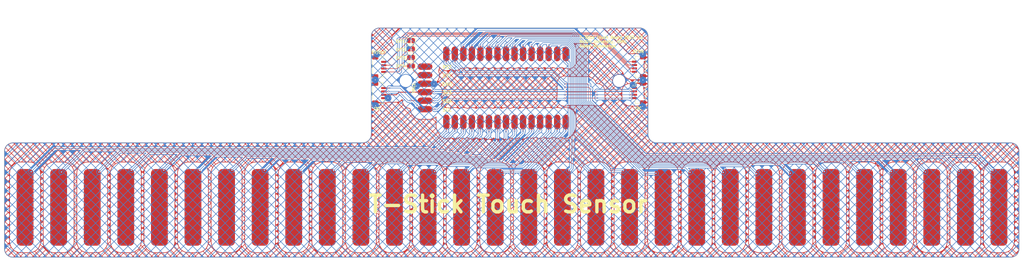
<source format=kicad_pcb>
(kicad_pcb (version 20221018) (generator pcbnew)
  (layers (0 "F.Cu" signal) (31 "B.Cu" signal) (34 "B.Paste" user) (35 "F.Paste" user) (36 "B.SilkS" user "B.Silkscreen") (37 "F.SilkS" user "F.Silkscreen") (38 "B.Mask" user) (39 "F.Mask" user) (44 "Edge.Cuts" user))
  (net 0 "")
  (net 1 "GND")
  (net 2 "/TOUCH0")
  (net 3 "/TOUCH1")
  (net 4 "/TOUCH2")
  (net 5 "/TOUCH3")
  (net 6 "/TOUCH4")
  (net 7 "/TOUCH5")
  (net 8 "/TOUCH6")
  (net 9 "/TOUCH7")
  (net 10 "/TOUCH8")
  (net 11 "/TOUCH9")
  (net 12 "/TOUCH10")
  (net 13 "/TOUCH11")
  (net 14 "/TOUCH12")
  (net 15 "/TOUCH13")
  (net 16 "/TOUCH14")
  (net 17 "/TOUCH15")
  (net 18 "/TOUCH16")
  (net 19 "/TOUCH17")
  (net 20 "/TOUCH18")
  (net 21 "/TOUCH19")
  (net 22 "/TOUCH20")
  (net 23 "/TOUCH21")
  (net 24 "/TOUCH22")
  (net 25 "/TOUCH23")
  (net 26 "/TOUCH24")
  (net 27 "/TOUCH25")
  (net 28 "/TOUCH26")
  (net 29 "/TOUCH27")
  (net 30 "/TOUCH28")
  (net 31 "/TOUCH29")
  (net 32 "/TRILL_EVT")
  (net 33 "/EVT1")
  (net 34 "/EVT2")
  (net 35 "/EVT3")
  (net 36 "/EVT4")
  (net 37 "+3V3")
  (net 38 "/SDA")
  (net 39 "/SCL")
  (footprint "Jumper:SolderJumper-2_P1.3mm_Open_RoundedPad1.0x1.5mm" (layer "F.Cu") (at 147.8 73.535 180)
    (fp_text reference "JP3" hide)
    (fp_text value "SolderJumper_2_Open" hide)
  )
  (footprint "Jumper:SolderJumper-2_P1.3mm_Open_RoundedPad1.0x1.5mm" (layer "F.Cu") (at 147.8 68.485 180)
    (fp_text reference "JP1" hide)
    (fp_text value "SolderJumper_2_Open" hide)
  )
  (footprint "JST-footprints:JST_SH_BM04B-SRSS-TB_1x04-1MP_P1.00mm_Vertical" (layer "F.Cu") (at 215.655 84.145 -90)
    (fp_text reference "I2C2" hide)
    (fp_text value "Conn_01x04")
  )
  (footprint "JST-footprints:JST_SH_BM04B-SRSS-TB_1x04-1MP_P1.00mm_Vertical" (layer "F.Cu") (at 215.655 76.295 -90)
    (fp_text reference "INT2" hide)
    (fp_text value "Conn_01x04")
  )
  (footprint "JST-footprints:JST_SH_BM04B-SRSS-TB_1x04-1MP_P1.00mm_Vertical" (layer "F.Cu") (at 138.345 84.163 90)
    (fp_text reference "I2C1" hide)
    (fp_text value "Conn_01x04")
  )
  (footprint "MountingHole:MountingHole_3.2mm_M3_DIN965" (layer "F.Cu") (at 209.755 80.51)
    (fp_text reference "H1" hide)
    (fp_text value "MountingHole")
  )
  (footprint "trill-footprints:Trill-Craft-Headers" (layer "F.Cu") (at 176.0799 82.62)
    (fp_text reference "U1" hide)
    (fp_text value "Trill_Craft" hide)
  )
  (footprint "MountingHole:MountingHole_3.2mm_M3_DIN965" (layer "F.Cu") (at 146.255 80.51)
    (fp_text reference "H2" hide)
    (fp_text value "MountingHole")
  )
  (footprint "JST-footprints:JST_SH_BM04B-SRSS-TB_1x04-1MP_P1.00mm_Vertical" (layer "F.Cu") (at 138.345 76.342 90)
    (fp_text reference "INT1" hide)
    (fp_text value "Conn_01x04")
  )
  (footprint "Jumper:SolderJumper-2_P1.3mm_Open_RoundedPad1.0x1.5mm" (layer "F.Cu") (at 147.8 76.085 180)
    (fp_text reference "JP4" hide)
    (fp_text value "SolderJumper_2_Open" hide)
  )
  (footprint "Jumper:SolderJumper-2_P1.3mm_Open_RoundedPad1.0x1.5mm" (layer "F.Cu") (at 147.8 70.985 180)
    (fp_text reference "JP2" hide)
    (fp_text value "SolderJumper_2_Open" hide)
  )
  (footprint "touch-sensors:tstick-buttons" (layer "B.Cu") (at 32.865 118.255)
    (fp_text reference "J1" hide)
    (fp_text value "Conn_01x30" hide)
  )
  (gr_arc (start 328.925 130.675) (mid 328.181051 132.471051) (end 326.385 133.215) (stroke (width 0.1)) (layer "Edge.Cuts"))
  (gr_arc (start 29.205 133.215) (mid 27.408949 132.471051) (end 26.665 130.675) (stroke (width 0.1)) (layer "Edge.Cuts"))
  (gr_line (start 133.345 98.925) (end 29.205 98.925) (stroke (width 0.1)) (layer "Edge.Cuts"))
  (gr_line (start 135.885 96.385) (end 135.885 67.175) (stroke (width 0.1)) (layer "Edge.Cuts"))
  (gr_line (start 328.925 130.675) (end 328.925 101.465) (stroke (width 0.1)) (layer "Edge.Cuts"))
  (gr_arc (start 26.665 101.465) (mid 27.408949 99.668949) (end 29.205 98.925) (stroke (width 0.1)) (layer "Edge.Cuts"))
  (gr_arc (start 326.385 98.925) (mid 328.181051 99.668949) (end 328.925 101.465) (stroke (width 0.1)) (layer "Edge.Cuts"))
  (gr_line (start 218.435 96.385) (end 218.435 67.175) (stroke (width 0.1)) (layer "Edge.Cuts"))
  (gr_line (start 215.895 64.635) (end 138.425 64.635) (stroke (width 0.1)) (layer "Edge.Cuts"))
  (gr_line (start 26.665 101.465) (end 26.665 130.675) (stroke (width 0.1)) (layer "Edge.Cuts"))
  (gr_arc (start 135.885 96.385) (mid 135.141051 98.181051) (end 133.345 98.925) (stroke (width 0.1)) (layer "Edge.Cuts"))
  (gr_line (start 29.205 133.215) (end 326.385 133.215) (stroke (width 0.1)) (layer "Edge.Cuts"))
  (gr_arc (start 215.895 64.635) (mid 217.691051 65.378949) (end 218.435 67.175) (stroke (width 0.1)) (layer "Edge.Cuts"))
  (gr_arc (start 220.975 98.925) (mid 219.178949 98.181051) (end 218.435 96.385) (stroke (width 0.1)) (layer "Edge.Cuts"))
  (gr_line (start 326.385 98.925) (end 220.975 98.925) (stroke (width 0.1)) (layer "Edge.Cuts"))
  (gr_arc (start 135.885 67.175) (mid 136.628949 65.378949) (end 138.425 64.635) (stroke (width 0.1)) (layer "Edge.Cuts"))
  (gr_text "TRILL" (at 148.61 82.72 90) (layer "F.SilkS") (effects (font (size 0.8 0.8) (thickness 0.2) bold)))
  (gr_text "EVT1" (at 143.19 69.195) (layer "F.SilkS") (effects (font (size 0.8 0.8) (thickness 0.2) bold) (justify left bottom)))
  (gr_text "T-Stick Touch Board 2023-10\nMcGill University, IDMIL\nAlbert Niyonsenga" (at 197.815 70.565) (layer "F.SilkS") (effects (font (size 0.8 0.8) (thickness 0.2) bold) (justify left bottom)))
  (gr_text "EVT2" (at 143.19 71.72) (layer "F.SilkS") (effects (font (size 0.8 0.8) (thickness 0.2) bold) (justify left bottom)))
  (gr_text "I2C" (at 137.645 88.785) (layer "F.SilkS") (effects (font (size 0.8 0.8) (thickness 0.2) bold)))
  (gr_text "EVTIN" (at 215.5 71.79) (layer "F.SilkS") (effects (font (size 0.8 0.8) (thickness 0.2) bold)))
  (gr_text "EVT3" (at 143.19 74.12) (layer "F.SilkS") (effects (font (size 0.8 0.8) (thickness 0.2) bold) (justify left bottom)))
  (gr_text "T-Stick Touch Sensor" (at 134.625 120.255) (layer "F.SilkS") (effects (font (size 5 5) (thickness 1) bold) (justify left bottom)))
  (gr_text "EVT4" (at 143.19 76.525) (layer "F.SilkS") (effects (font (size 0.8 0.8) (thickness 0.2) bold) (justify left bottom)))
  (gr_text "EVTOUT" (at 138.215 72.035) (layer "F.SilkS") (effects (font (size 0.8 0.8) (thickness 0.2) bold)))
  (gr_text "I2C" (at 215.5 88.715) (layer "F.SilkS") (effects (font (size 0.8 0.8) (thickness 0.2) bold)))
  (segment (start 214.33 82.13) (end 213.955 81.755) (width 0.254) (layer "F.Cu") (net 1))
  (segment (start 153.2199 81.35) (end 154.56 81.35) (width 0.254) (layer "F.Cu") (net 1))
  (segment (start 216.855 86.945) (end 216.855 88.025) (width 0.254) (layer "F.Cu") (net 1))
  (segment (start 137.145 73.035) (end 137.145 73.542) (width 0.254) (layer "F.Cu") (net 1))
  (segment (start 216.855 73.495) (end 216.855 72.595) (width 0.254) (layer "F.Cu") (net 1))
  (segment (start 137.235 87.053) (end 137.145 86.963) (width 0.254) (layer "F.Cu") (net 1))
  (segment (start 214.33 82.645) (end 214.33 82.13) (width 0.254) (layer "F.Cu") (net 1))
  (segment (start 153.2199 81.35) (end 150.13 81.35) (width 0.254) (layer "F.Cu") (net 1))
  (segment (start 216.855 79.095) (end 216.855 81.345) (width 0.254) (layer "F.Cu") (net 1))
  (segment (start 137.235 87.885) (end 137.235 87.053) (width 0.254) (layer "F.Cu") (net 1))
  (segment (start 137.145 81.363) (end 137.145 79.142) (width 0.254) (layer "F.Cu") (net 1))
  (segment (start 216.855 88.025) (end 216.755 88.125) (width 0.254) (layer "F.Cu") (net 1))
  (segment (start 139.67 85.663) (end 140.947 85.663) (width 0.254) (layer "F.Cu") (net 1))
  (segment (start 216.855 72.595) (end 216.795 72.535) (width 0.254) (layer "F.Cu") (net 1))
  (segment (start 137.635 72.545) (end 137.145 73.035) (width 0.254) (layer "F.Cu") (net 1))
  (segment (start 154.56 81.35) (end 154.645 81.435) (width 0.254) (layer "F.Cu") (net 1))
  (segment (start 140.947 85.663) (end 140.955 85.655) (width 0.254) (layer "F.Cu") (net 1))
  (segment (start 150.13 81.35) (end 149.405 82.075) (width 0.254) (layer "F.Cu") (net 1))
  (via (at 137.235 87.885) (size 0.508) (drill 0.254) (layers "F.Cu" "B.Cu") (net 1))
  (via (at 216.755 88.125) (size 0.508) (drill 0.254) (layers "F.Cu" "B.Cu") (net 1))
  (via (at 140.955 85.655) (size 0.508) (drill 0.254) (layers "F.Cu" "B.Cu") (net 1))
  (via (at 137.145 80.215) (size 0.508) (drill 0.254) (layers "F.Cu" "B.Cu") (net 1))
  (via (at 216.855 80.265) (size 0.508) (drill 0.254) (layers "F.Cu" "B.Cu") (net 1))
  (via (at 216.795 72.535) (size 0.508) (drill 0.254) (layers "F.Cu" "B.Cu") (net 1))
  (via (at 137.635 72.545) (size 0.508) (drill 0.254) (layers "F.Cu" "B.Cu") (net 1))
  (via (at 213.955 81.755) (size 0.508) (drill 0.254) (layers "F.Cu" "B.Cu") (net 1))
  (via (at 154.645 81.435) (size 0.508) (drill 0.254) (layers "F.Cu" "B.Cu") (net 1))
  (via (at 149.405 82.075) (size 0.508) (drill 0.254) (layers "F.Cu" "B.Cu") (net 1))
  (segment (start 158.2999 91.51) (end 158.2999 95.4301) (width 0.1524) (layer "F.Cu") (net 2))
  (via (at 158.2999 95.4301) (size 0.508) (drill 0.254) (layers "F.Cu" "B.Cu") (net 2))
  (via (at 34.675 107.625) (size 0.508) (drill 0.254) (layers "F.Cu" "B.Cu") (net 2))
  (segment (start 158.2999 95.4301) (end 153.0432 100.6868) (width 0.1524) (layer "B.Cu") (net 2))
  (segment (start 41.6132 100.6868) (end 34.675 107.625) (width 0.1524) (layer "B.Cu") (net 2))
  (segment (start 153.0432 100.6868) (end 41.6132 100.6868) (width 0.1524) (layer "B.Cu") (net 2))
  (segment (start 160.8399 91.51) (end 160.8399 95.4001) (width 0.1524) (layer "F.Cu") (net 3))
  (via (at 43.688 107.696) (size 0.508) (drill 0.254) (layers "F.Cu" "B.Cu") (net 3))
  (via (at 160.8399 95.4001) (size 0.508) (drill 0.254) (layers "F.Cu" "B.Cu") (net 3))
  (segment (start 155.1508 101.0892) (end 50.2948 101.0892) (width 0.1524) (layer "B.Cu") (net 3))
  (segment (start 160.8399 95.4001) (end 155.1508 101.0892) (width 0.1524) (layer "B.Cu") (net 3))
  (segment (start 50.2948 101.0892) (end 43.688 107.696) (width 0.1524) (layer "B.Cu") (net 3))
  (segment (start 163.3799 91.51) (end 163.3799 95.3799) (width 0.1524) (layer "F.Cu") (net 4))
  (segment (start 163.3799 95.3799) (end 163.395 95.395) (width 0.1524) (layer "F.Cu") (net 4))
  (via (at 163.395 95.395) (size 0.508) (drill 0.254) (layers "F.Cu" "B.Cu") (net 4))
  (via (at 54.864 107.696) (size 0.508) (drill 0.254) (layers "F.Cu" "B.Cu") (net 4))
  (segment (start 61.0684 101.4916) (end 54.864 107.696) (width 0.1524) (layer "B.Cu") (net 4))
  (segment (start 163.395 95.395) (end 163.395 96.175) (width 0.1524) (layer "B.Cu") (net 4))
  (segment (start 163.395 96.175) (end 158.0784 101.4916) (width 0.1524) (layer "B.Cu") (net 4))
  (segment (start 158.0784 101.4916) (end 61.0684 101.4916) (width 0.1524) (layer "B.Cu") (net 4))
  (segment (start 165.9199 95.4701) (end 165.915 95.475) (width 0.1524) (layer "F.Cu") (net 5))
  (segment (start 165.9199 91.51) (end 165.9199 95.4701) (width 0.1524) (layer "F.Cu") (net 5))
  (via (at 64.516 107.188) (size 0.508) (drill 0.254) (layers "F.Cu" "B.Cu") (net 5))
  (via (at 165.915 95.475) (size 0.508) (drill 0.254) (layers "F.Cu" "B.Cu") (net 5))
  (segment (start 160.586 101.894) (end 69.81 101.894) (width 0.1524) (layer "B.Cu") (net 5))
  (segment (start 165.915 95.475) (end 165.915 96.5552) (width 0.1524) (layer "B.Cu") (net 5))
  (segment (start 165.915 96.5552) (end 165.9199 96.5601) (width 0.1524) (layer "B.Cu") (net 5))
  (segment (start 165.9199 96.5601) (end 160.586 101.894) (width 0.1524) (layer "B.Cu") (net 5))
  (segment (start 69.81 101.894) (end 64.516 107.188) (width 0.1524) (layer "B.Cu") (net 5))
  (segment (start 168.4599 95.4701) (end 168.455 95.475) (width 0.1524) (layer "F.Cu") (net 6))
  (segment (start 168.4599 91.51) (end 168.4599 95.4701) (width 0.1524) (layer "F.Cu") (net 6))
  (via (at 168.455 95.475) (size 0.508) (drill 0.254) (layers "F.Cu" "B.Cu") (net 6))
  (via (at 74.168 107.188) (size 0.508) (drill 0.254) (layers "F.Cu" "B.Cu") (net 6))
  (segment (start 168.455 96.4852) (end 168.4599 96.4901) (width 0.1524) (layer "B.Cu") (net 6))
  (segment (start 79.0596 102.2964) (end 74.168 107.188) (width 0.1524) (layer "B.Cu") (net 6))
  (segment (start 79.0596 102.2964) (end 162.6536 102.2964) (width 0.1524) (layer "B.Cu") (net 6))
  (segment (start 168.4599 96.4901) (end 162.6536 102.2964) (width 0.1524) (layer "B.Cu") (net 6))
  (segment (start 168.455 95.475) (end 168.455 96.4852) (width 0.1524) (layer "B.Cu") (net 6))
  (segment (start 170.9999 91.51) (end 170.9999 95.6099) (width 0.1524) (layer "F.Cu") (net 7))
  (segment (start 170.9999 95.6099) (end 171.005 95.615) (width 0.1524) (layer "F.Cu") (net 7))
  (via (at 84.836 107.188) (size 0.508) (drill 0.254) (layers "F.Cu" "B.Cu") (net 7))
  (via (at 171.005 95.615) (size 0.508) (drill 0.254) (layers "F.Cu" "B.Cu") (net 7))
  (segment (start 89.3252 102.6988) (end 84.836 107.188) (width 0.1524) (layer "B.Cu") (net 7))
  (segment (start 165.1112 102.6988) (end 89.3252 102.6988) (width 0.1524) (layer "B.Cu") (net 7))
  (segment (start 171.005 95.615) (end 171.005 96.805) (width 0.1524) (layer "B.Cu") (net 7))
  (segment (start 171.005 96.805) (end 165.1112 102.6988) (width 0.1524) (layer "B.Cu") (net 7))
  (segment (start 173.585 95.525) (end 173.585 91.5551) (width 0.1524) (layer "F.Cu") (net 8))
  (segment (start 173.585 91.5551) (end 173.5399 91.51) (width 0.1524) (layer "F.Cu") (net 8))
  (via (at 94.488 107.188) (size 0.508) (drill 0.254) (layers "F.Cu" "B.Cu") (net 8))
  (via (at 173.585 95.525) (size 0.508) (drill 0.254) (layers "F.Cu" "B.Cu") (net 8))
  (segment (start 169.07972 103.1012) (end 98.5748 103.1012) (width 0.1524) (layer "B.Cu") (net 8))
  (segment (start 173.585 98.59592) (end 173.585 95.525) (width 0.1524) (layer "B.Cu") (net 8))
  (segment (start 173.43546 98.74546) (end 173.585 98.59592) (width 0.1524) (layer "B.Cu") (net 8))
  (segment (start 98.5748 103.1012) (end 94.488 107.188) (width 0.1524) (layer "B.Cu") (net 8))
  (segment (start 173.43546 98.74546) (end 169.07972 103.1012) (width 0.1524) (layer "B.Cu") (net 8))
  (segment (start 176.0799 95.6201) (end 176.075 95.625) (width 0.1524) (layer "F.Cu") (net 9))
  (segment (start 176.0799 91.51) (end 176.0799 95.6201) (width 0.1524) (layer "F.Cu") (net 9))
  (via (at 104.14 107.188) (size 0.508) (drill 0.254) (layers "F.Cu" "B.Cu") (net 9))
  (via (at 176.075 95.625) (size 0.508) (drill 0.254) (layers "F.Cu" "B.Cu") (net 9))
  (segment (start 176.075 97.655) (end 170.2264 103.5036) (width 0.1524) (layer "B.Cu") (net 9))
  (segment (start 170.2264 103.5036) (end 107.8244 103.5036) (width 0.1524) (layer "B.Cu") (net 9))
  (segment (start 176.075 95.625) (end 176.075 97.655) (width 0.1524) (layer "B.Cu") (net 9))
  (segment (start 107.8244 103.5036) (end 104.14 107.188) (width 0.1524) (layer "B.Cu") (net 9))
  (segment (start 178.6199 91.51) (end 178.6199 95.445) (width 0.1524) (layer "F.Cu") (net 10))
  (via (at 114.808 107.315) (size 0.508) (drill 0.254) (layers "F.Cu" "B.Cu") (net 10))
  (via (at 178.6199 95.445) (size 0.508) (drill 0.254) (layers "F.Cu" "B.Cu") (net 10))
  (segment (start 178.6199 95.445) (end 178.6199 96.7601) (width 0.1524) (layer "B.Cu") (net 10))
  (segment (start 178.6199 96.7601) (end 171.474 103.906) (width 0.1524) (layer "B.Cu") (net 10))
  (segment (start 118.217 103.906) (end 114.808 107.315) (width 0.1524) (layer "B.Cu") (net 10))
  (segment (start 171.474 103.906) (end 118.217 103.906) (width 0.1524) (layer "B.Cu") (net 10))
  (segment (start 181.1599 91.51) (end 181.1599 95.435) (width 0.1524) (layer "F.Cu") (net 11))
  (via (at 181.1599 95.435) (size 0.508) (drill 0.254) (layers "F.Cu" "B.Cu") (net 11))
  (via (at 124.714 107.315) (size 0.508) (drill 0.254) (layers "F.Cu" "B.Cu") (net 11))
  (segment (start 181.1599 95.435) (end 181.1599 96.1101) (width 0.1524) (layer "B.Cu") (net 11))
  (segment (start 172.9616 104.3084) (end 127.7206 104.3084) (width 0.1524) (layer "B.Cu") (net 11))
  (segment (start 127.7206 104.3084) (end 124.714 107.315) (width 0.1524) (layer "B.Cu") (net 11))
  (segment (start 181.1599 96.1101) (end 172.9616 104.3084) (width 0.1524) (layer "B.Cu") (net 11))
  (segment (start 183.6999 91.51) (end 183.6999 95.275) (width 0.1524) (layer "F.Cu") (net 12))
  (via (at 134.62 107.315) (size 0.508) (drill 0.254) (layers "F.Cu" "B.Cu") (net 12))
  (via (at 183.6999 95.275) (size 0.508) (drill 0.254) (layers "F.Cu" "B.Cu") (net 12))
  (segment (start 174.7692 104.7108) (end 137.2242 104.7108) (width 0.1524) (layer "B.Cu") (net 12))
  (segment (start 183.6999 95.275) (end 183.6999 95.7801) (width 0.1524) (layer "B.Cu") (net 12))
  (segment (start 183.6999 95.7801) (end 174.7692 104.7108) (width 0.1524) (layer "B.Cu") (net 12))
  (segment (start 137.2242 104.7108) (end 134.62 107.315) (width 0.1524) (layer "B.Cu") (net 12))
  (segment (start 186.2399 91.51) (end 186.2399 95.1301) (width 0.1524) (layer "F.Cu") (net 13))
  (segment (start 186.2399 95.1301) (end 186.025 95.345) (width 0.1524) (layer "F.Cu") (net 13))
  (via (at 186.025 95.345) (size 0.508) (drill 0.254) (layers "F.Cu" "B.Cu") (net 13))
  (via (at 144.653 107.315) (size 0.508) (drill 0.254) (layers "F.Cu" "B.Cu") (net 13))
  (segment (start 146.8548 105.1132) (end 144.653 107.315) (width 0.1524) (layer "B.Cu") (net 13))
  (segment (start 186.025 95.345) (end 176.2568 105.1132) (width 0.1524) (layer "B.Cu") (net 13))
  (segment (start 176.2568 105.1132) (end 146.8548 105.1132) (width 0.1524) (layer "B.Cu") (net 13))
  (segment (start 188.7799 91.51) (end 188.7799 95.345) (width 0.1524) (layer "F.Cu") (net 14))
  (via (at 188.7799 95.345) (size 0.508) (drill 0.254) (layers "F.Cu" "B.Cu") (net 14))
  (via (at 154.813 107.569) (size 0.508) (drill 0.254) (layers "F.Cu" "B.Cu") (net 14))
  (segment (start 156.8664 105.5156) (end 154.813 107.569) (width 0.1524) (layer "B.Cu") (net 14))
  (segment (start 178.9644 105.5156) (end 156.8664 105.5156) (width 0.1524) (layer "B.Cu") (net 14))
  (segment (start 188.7799 95.7001) (end 178.9644 105.5156) (width 0.1524) (layer "B.Cu") (net 14))
  (segment (start 188.7799 95.345) (end 188.7799 95.7001) (width 0.1524) (layer "B.Cu") (net 14))
  (segment (start 191.3199 91.51) (end 191.3199 95.335) (width 0.1524) (layer "F.Cu") (net 15))
  (via (at 191.3199 95.335) (size 0.508) (drill 0.254) (layers "F.Cu" "B.Cu") (net 15))
  (via (at 164.719 107.315) (size 0.508) (drill 0.254) (layers "F.Cu" "B.Cu") (net 15))
  (segment (start 166.116 105.918) (end 164.719 107.315) (width 0.1524) (layer "B.Cu") (net 15))
  (segment (start 191.3199 95.6301) (end 181.032 105.918) (width 0.1524) (layer "B.Cu") (net 15))
  (segment (start 181.032 105.918) (end 166.116 105.918) (width 0.1524) (layer "B.Cu") (net 15))
  (segment (start 191.3199 95.335) (end 191.3199 95.6301) (width 0.1524) (layer "B.Cu") (net 15))
  (segment (start 193.8599 91.51) (end 193.8599 95.325) (width 0.1524) (layer "F.Cu") (net 16))
  (via (at 174.752 107.442) (size 0.508) (drill 0.254) (layers "F.Cu" "B.Cu") (net 16))
  (via (at 193.8599 95.325) (size 0.508) (drill 0.254) (layers "F.Cu" "B.Cu") (net 16))
  (segment (start 193.8599 95.325) (end 193.8599 95.6201) (width 0.1524) (layer "B.Cu") (net 16))
  (segment (start 193.8599 95.6201) (end 182.038 107.442) (width 0.1524) (layer "B.Cu") (net 16))
  (segment (start 182.038 107.442) (end 174.752 107.442) (width 0.1524) (layer "B.Cu") (net 16))
  (segment (start 194.69995 74.57005) (end 193.8599 73.73) (width 0.1524) (layer "F.Cu") (net 17))
  (via (at 194.69995 74.57005) (size 0.508) (drill 0.254) (layers "F.Cu" "B.Cu") (net 17))
  (via (at 184.785 107.315) (size 0.508) (drill 0.254) (layers "F.Cu" "B.Cu") (net 17))
  (segment (start 195.1259 96.9741) (end 184.785 107.315) (width 0.1524) (layer "B.Cu") (net 17))
  (segment (start 194.69995 74.57005) (end 195.1259 74.996) (width 0.1524) (layer "B.Cu") (net 17))
  (segment (start 195.1259 74.996) (end 195.1259 96.9741) (width 0.1524) (layer "B.Cu") (net 17))
  (segment (start 192.255 70.215) (end 191.3199 71.1501) (width 0.1524) (layer "F.Cu") (net 18))
  (segment (start 191.3199 71.1501) (end 191.3199 73.73) (width 0.1524) (layer "F.Cu") (net 18))
  (via (at 194.818 107.315) (size 0.508) (drill 0.254) (layers "F.Cu" "B.Cu") (net 18))
  (via (at 192.255 70.215) (size 0.508) (drill 0.254) (layers "F.Cu" "B.Cu") (net 18))
  (segment (start 194.818 107.315) (end 195.5283 106.6047) (width 0.1524) (layer "B.Cu") (net 18))
  (segment (start 192.546 69.924) (end 192.255 70.215) (width 0.1524) (layer "B.Cu") (net 18))
  (segment (start 194.414 69.924) (end 192.546 69.924) (width 0.1524) (layer "B.Cu") (net 18))
  (segment (start 195.5283 106.6047) (end 195.5283 71.0383) (width 0.1524) (layer "B.Cu") (net 18))
  (segment (start 195.5283 71.0383) (end 194.414 69.924) (width 0.1524) (layer "B.Cu") (net 18))
  (segment (start 188.7799 69.9801) (end 188.885 69.875) (width 0.1524) (layer "F.Cu") (net 19))
  (segment (start 188.7799 73.73) (end 188.7799 69.9801) (width 0.1524) (layer "F.Cu") (net 19))
  (via (at 200.915 107.415) (size 0.508) (drill 0.254) (layers "F.Cu" "B.Cu") (net 19))
  (via (at 188.885 69.875) (size 0.508) (drill 0.254) (layers "F.Cu" "B.Cu") (net 19))
  (segment (start 194.58068 69.5216) (end 195.965 70.90592) (width 0.1524) (layer "B.Cu") (net 19))
  (segment (start 190.0284 69.5216) (end 190.075 69.5216) (width 0.1524) (layer "B.Cu") (net 19))
  (segment (start 189.2384 69.5216) (end 190.075 69.5216) (width 0.1524) (layer "B.Cu") (net 19))
  (segment (start 195.965 102.465) (end 200.915 107.415) (width 0.1524) (layer "B.Cu") (net 19))
  (segment (start 190.075 69.5216) (end 194.58068 69.5216) (width 0.1524) (layer "B.Cu") (net 19))
  (segment (start 195.965 70.90592) (end 195.965 102.465) (width 0.1524) (layer "B.Cu") (net 19))
  (segment (start 188.885 69.875) (end 189.2384 69.5216) (width 0.1524) (layer "B.Cu") (net 19))
  (segment (start 186.2399 73.73) (end 186.2399 69.9401) (width 0.1524) (layer "F.Cu") (net 20))
  (via (at 186.2399 69.9401) (size 0.508) (drill 0.254) (layers "F.Cu" "B.Cu") (net 20))
  (via (at 211.074 107.315) (size 0.508) (drill 0.254) (layers "F.Cu" "B.Cu") (net 20))
  (segment (start 196.3674 70.73924) (end 194.747359 69.119199) (width 0.1524) (layer "B.Cu") (net 20))
  (segment (start 187.060801 69.119199) (end 186.2399 69.9401) (width 0.1524) (layer "B.Cu") (net 20))
  (segment (start 211.074 107.315) (end 207.145 107.315) (width 0.1524) (layer "B.Cu") (net 20))
  (segment (start 207.145 107.315) (end 196.3674 96.5374) (width 0.1524) (layer "B.Cu") (net 20))
  (segment (start 196.3674 96.5374) (end 196.3674 70.73924) (width 0.1524) (layer "B.Cu") (net 20))
  (segment (start 194.747359 69.119199) (end 187.060801 69.119199) (width 0.1524) (layer "B.Cu") (net 20))
  (segment (start 183.6999 73.73) (end 183.6999 69.8201) (width 0.1524) (layer "F.Cu") (net 21))
  (via (at 220.726 108.077) (size 0.508) (drill 0.254) (layers "F.Cu" "B.Cu") (net 21))
  (via (at 183.6999 69.8201) (size 0.508) (drill 0.254) (layers "F.Cu" "B.Cu") (net 21))
  (segment (start 183.6999 69.8201) (end 184.803201 68.716799) (width 0.1524) (layer "B.Cu") (net 21))
  (segment (start 196.845 87.885) (end 217.037 108.077) (width 0.1524) (layer "B.Cu") (net 21))
  (segment (start 194.914039 68.716799) (end 196.845 70.64776) (width 0.1524) (layer "B.Cu") (net 21))
  (segment (start 196.845 70.64776) (end 196.845 87.885) (width 0.1524) (layer "B.Cu") (net 21))
  (segment (start 217.037 108.077) (end 220.726 108.077) (width 0.1524) (layer "B.Cu") (net 21))
  (segment (start 184.803201 68.716799) (end 194.914039 68.716799) (width 0.1524) (layer "B.Cu") (net 21))
  (segment (start 181.1599 73.73) (end 181.1599 69.8601) (width 0.1524) (layer "F.Cu") (net 22))
  (via (at 230.886 107.823) (size 0.508) (drill 0.254) (layers "F.Cu" "B.Cu") (net 22))
  (via (at 181.1599 69.8601) (size 0.508) (drill 0.254) (layers "F.Cu" "B.Cu") (net 22))
  (segment (start 182.705602 68.314398) (end 181.1599 69.8601) (width 0.1524) (layer "B.Cu") (net 22))
  (segment (start 215.92408 106.395) (end 197.2474 87.71832) (width 0.1524) (layer "B.Cu") (net 22))
  (segment (start 197.2474 70.48108) (end 195.080718 68.314398) (width 0.1524) (layer "B.Cu") (net 22))
  (segment (start 197.2474 87.71832) (end 197.2474 70.48108) (width 0.1524) (layer "B.Cu") (net 22))
  (segment (start 229.458 106.395) (end 215.92408 106.395) (width 0.1524) (layer "B.Cu") (net 22))
  (segment (start 230.886 107.823) (end 229.458 106.395) (width 0.1524) (layer "B.Cu") (net 22))
  (segment (start 195.080718 68.314398) (end 182.705602 68.314398) (width 0.1524) (layer "B.Cu") (net 22))
  (segment (start 178.6199 73.73) (end 178.6199 70.0901) (width 0.1524) (layer "F.Cu") (net 23))
  (segment (start 178.6199 70.0901) (end 178.78 69.93) (width 0.1524) (layer "F.Cu") (net 23))
  (via (at 240.792 107.823) (size 0.508) (drill 0.254) (layers "F.Cu" "B.Cu") (net 23))
  (via (at 178.78 69.93) (size 0.508) (drill 0.254) (layers "F.Cu" "B.Cu") (net 23))
  (segment (start 238.9616 105.9926) (end 240.792 107.823) (width 0.1524) (layer "B.Cu") (net 23))
  (segment (start 195.247397 67.911997) (end 197.6498 70.3144) (width 0.1524) (layer "B.Cu") (net 23))
  (segment (start 216.09076 105.9926) (end 238.9616 105.9926) (width 0.1524) (layer "B.Cu") (net 23))
  (segment (start 178.78 69.93) (end 180.798003 67.911997) (width 0.1524) (layer "B.Cu") (net 23))
  (segment (start 197.6498 87.55164) (end 216.09076 105.9926) (width 0.1524) (layer "B.Cu") (net 23))
  (segment (start 197.6498 70.3144) (end 197.6498 87.55164) (width 0.1524) (layer "B.Cu") (net 23))
  (segment (start 180.798003 67.911997) (end 195.247397 67.911997) (width 0.1524) (layer "B.Cu") (net 23))
  (segment (start 176.0799 70.2701) (end 176.405 69.945) (width 0.1524) (layer "F.Cu") (net 24))
  (segment (start 176.0799 73.73) (end 176.0799 70.2701) (width 0.1524) (layer "F.Cu") (net 24))
  (via (at 176.405 69.945) (size 0.508) (drill 0.254) (layers "F.Cu" "B.Cu") (net 24))
  (via (at 250.698 108.204) (size 0.508) (drill 0.254) (layers "F.Cu" "B.Cu") (net 24))
  (segment (start 176.405 69.945) (end 178.840403 67.509597) (width 0.1524) (layer "B.Cu") (net 24))
  (segment (start 195.414077 67.509597) (end 198.0522 70.14772) (width 0.1524) (layer "B.Cu") (net 24))
  (segment (start 198.0522 70.14772) (end 198.0522 87.38496) (width 0.1524) (layer "B.Cu") (net 24))
  (segment (start 248.0842 105.5902) (end 250.698 108.204) (width 0.1524) (layer "B.Cu") (net 24))
  (segment (start 216.25744 105.5902) (end 248.0842 105.5902) (width 0.1524) (layer "B.Cu") (net 24))
  (segment (start 198.0522 87.38496) (end 216.25744 105.5902) (width 0.1524) (layer "B.Cu") (net 24))
  (segment (start 178.840403 67.509597) (end 195.414077 67.509597) (width 0.1524) (layer "B.Cu") (net 24))
  (segment (start 173.5399 70.0601) (end 173.77 69.83) (width 0.1524) (layer "F.Cu") (net 25))
  (segment (start 173.5399 73.73) (end 173.5399 70.0601) (width 0.1524) (layer "F.Cu") (net 25))
  (via (at 260.731 108.077) (size 0.508) (drill 0.254) (layers "F.Cu" "B.Cu") (net 25))
  (via (at 173.77 69.83) (size 0.508) (drill 0.254) (layers "F.Cu" "B.Cu") (net 25))
  (segment (start 176.492803 67.107197) (end 195.580757 67.107197) (width 0.1524) (layer "B.Cu") (net 25))
  (segment (start 195.580757 67.107197) (end 198.4546 69.98104) (width 0.1524) (layer "B.Cu") (net 25))
  (segment (start 173.77 69.83) (end 176.492803 67.107197) (width 0.1524) (layer "B.Cu") (net 25))
  (segment (start 257.8418 105.1878) (end 260.731 108.077) (width 0.1524) (layer "B.Cu") (net 25))
  (segment (start 198.4546 69.98104) (end 198.4546 87.21828) (width 0.1524) (layer "B.Cu") (net 25))
  (segment (start 198.4546 87.21828) (end 216.42412 105.1878) (width 0.1524) (layer "B.Cu") (net 25))
  (segment (start 216.42412 105.1878) (end 257.8418 105.1878) (width 0.1524) (layer "B.Cu") (net 25))
  (segment (start 170.9999 70.0501) (end 171.185 69.865) (width 0.1524) (layer "F.Cu") (net 26))
  (segment (start 170.9999 73.73) (end 170.9999 70.0501) (width 0.1524) (layer "F.Cu") (net 26))
  (via (at 270.891 107.569) (size 0.508) (drill 0.254) (layers "F.Cu" "B.Cu") (net 26))
  (via (at 171.185 69.865) (size 0.508) (drill 0.254) (layers "F.Cu" "B.Cu") (net 26))
  (segment (start 198.857 87.0516) (end 216.5908 104.7854) (width 0.1524) (layer "B.Cu") (net 26))
  (segment (start 171.185 69.865) (end 174.405 66.645) (width 0.1524) (layer "B.Cu") (net 26))
  (segment (start 174.405 66.645) (end 195.68764 66.645) (width 0.1524) (layer "B.Cu") (net 26))
  (segment (start 268.1074 104.7854) (end 270.891 107.569) (width 0.1524) (layer "B.Cu") (net 26))
  (segment (start 198.857 69.81436) (end 198.857 87.0516) (width 0.1524) (layer "B.Cu") (net 26))
  (segment (start 216.5908 104.7854) (end 268.1074 104.7854) (width 0.1524) (layer "B.Cu") (net 26))
  (segment (start 195.68764 66.645) (end 198.857 69.81436) (width 0.1524) (layer "B.Cu") (net 26))
  (segment (start 168.4599 69.8599) (end 168.455 69.855) (width 0.1524) (layer "F.Cu") (net 27))
  (segment (start 168.4599 73.73) (end 168.4599 69.8599) (width 0.1524) (layer "F.Cu") (net 27))
  (via (at 280.924 107.569) (size 0.508) (drill 0.254) (layers "F.Cu" "B.Cu") (net 27))
  (via (at 168.455 69.855) (size 0.508) (drill 0.254) (layers "F.Cu" "B.Cu") (net 27))
  (segment (start 171.7174 66.2426) (end 195.854319 66.242599) (width 0.1524) (layer "B.Cu") (net 27))
  (segment (start 277.738 104.383) (end 280.924 107.569) (width 0.1524) (layer "B.Cu") (net 27))
  (segment (start 168.455 69.505) (end 171.7174 66.2426) (width 0.1524) (layer "B.Cu") (net 27))
  (segment (start 168.455 69.855) (end 168.455 69.505) (width 0.1524) (layer "B.Cu") (net 27))
  (segment (start 199.2594 69.64768) (end 199.2594 86.88492) (width 0.1524) (layer "B.Cu") (net 27))
  (segment (start 195.854319 66.242599) (end 199.2594 69.64768) (width 0.1524) (layer "B.Cu") (net 27))
  (segment (start 199.2594 86.88492) (end 216.75748 104.383) (width 0.1524) (layer "B.Cu") (net 27))
  (segment (start 216.75748 104.383) (end 277.738 104.383) (width 0.1524) (layer "B.Cu") (net 27))
  (segment (start 165.9199 73.73) (end 165.9199 69.9501) (width 0.1524) (layer "F.Cu") (net 28))
  (via (at 290.83 107.569) (size 0.508) (drill 0.254) (layers "F.Cu" "B.Cu") (net 28))
  (via (at 165.9199 69.9501) (size 0.508) (drill 0.254) (layers "F.Cu" "B.Cu") (net 28))
  (segment (start 290.83 107.569) (end 287.2416 103.9806) (width 0.1524) (layer "B.Cu") (net 28))
  (segment (start 196.020999 65.840199) (end 170.029801 65.840199) (width 0.1524) (layer "B.Cu") (net 28))
  (segment (start 199.6618 69.481) (end 196.020999 65.840199) (width 0.1524) (layer "B.Cu") (net 28))
  (segment (start 170.029801 65.840199) (end 165.9199 69.9501) (width 0.1524) (layer "B.Cu") (net 28))
  (segment (start 287.2416 103.9806) (end 216.92416 103.9806) (width 0.1524) (layer "B.Cu") (net 28))
  (segment (start 216.92416 103.9806) (end 199.6618 86.71824) (width 0.1524) (layer "B.Cu") (net 28))
  (segment (start 199.6618 86.71824) (end 199.6618 69.481) (width 0.1524) (layer "B.Cu") (net 28))
  (segment (start 163.385 69.925) (end 163.3799 69.9301) (width 0.1524) (layer "F.Cu") (net 29))
  (segment (start 163.3799 69.9301) (end 163.3799 73.73) (width 0.1524) (layer "F.Cu") (net 29))
  (via (at 300.99 107.696) (size 0.508) (drill 0.254) (layers "F.Cu" "B.Cu") (net 29))
  (via (at 163.385 69.925) (size 0.508) (drill 0.254) (layers "F.Cu" "B.Cu") (net 29))
  (segment (start 163.385 69.845) (end 167.792201 65.437799) (width 0.1524) (layer "B.Cu") (net 29))
  (segment (start 296.8722 103.5782) (end 300.99 107.696) (width 0.1524) (layer "B.Cu") (net 29))
  (segment (start 167.792201 65.437799) (end 196.187679 65.437799) (width 0.1524) (layer "B.Cu") (net 29))
  (segment (start 196.187679 65.437799) (end 200.0642 69.31432) (width 0.1524) (layer "B.Cu") (net 29))
  (segment (start 200.0642 86.55156) (end 217.09084 103.5782) (width 0.1524) (layer "B.Cu") (net 29))
  (segment (start 163.385 69.925) (end 163.385 69.845) (width 0.1524) (layer "B.Cu") (net 29))
  (segment (start 217.09084 103.5782) (end 296.8722 103.5782) (width 0.1524) (layer "B.Cu") (net 29))
  (segment (start 200.0642 69.31432) (end 200.0642 86.55156) (width 0.1524) (layer "B.Cu") (net 29))
  (segment (start 160.8399 74.9699) (end 160.965 75.095) (width 0.1524) (layer "F.Cu") (net 30))
  (segment (start 200.325 81.415) (end 200.645 81.735) (width 0.1524) (layer "F.Cu") (net 30))
  (segment (start 193.585 81.415) (end 200.325 81.415) (width 0.1524) (layer "F.Cu") (net 30))
  (segment (start 160.8399 73.73) (end 160.8399 74.9699) (width 0.1524) (layer "F.Cu") (net 30))
  (via (at 193.585 81.415) (size 0.508) (drill 0.254) (layers "F.Cu" "B.Cu") (net 30))
  (via (at 160.965 75.095) (size 0.508) (drill 0.254) (layers "F.Cu" "B.Cu") (net 30))
  (via (at 200.645 81.735) (size 0.508) (drill 0.254) (layers "F.Cu" "B.Cu") (net 30))
  (via (at 311.023 107.442) (size 0.508) (drill 0.254) (layers "F.Cu" "B.Cu") (net 30))
  (segment (start 217.25752 103.1758) (end 306.7568 103.1758) (width 0.1524) (layer "B.Cu") (net 30))
  (segment (start 160.965 75.095) (end 163.885 78.015) (width 0.1524) (layer "B.Cu") (net 30))
  (segment (start 306.7568 103.1758) (end 311.023 107.442) (width 0.1524) (layer "B.Cu") (net 30))
  (segment (start 200.645 81.735) (end 200.645 86.56328) (width 0.1524) (layer "B.Cu") (net 30))
  (segment (start 163.885 78.015) (end 190.185 78.015) (width 0.1524) (layer "B.Cu") (net 30))
  (segment (start 190.185 78.015) (end 193.585 81.415) (width 0.1524) (layer "B.Cu") (net 30))
  (segment (start 200.645 86.56328) (end 217.25752 103.1758) (width 0.1524) (layer "B.Cu") (net 30))
  (segment (start 158.2999 73.73) (end 158.2999 75.1399) (width 0.1524) (layer "F.Cu") (net 31))
  (segment (start 193.625 82.415) (end 200.6947 82.415) (width 0.1524) (layer "F.Cu") (net 31))
  (segment (start 200.6947 82.415) (end 201.2247 82.945) (width 0.1524) (layer "F.Cu") (net 31))
  (via (at 193.625 82.415) (size 0.508) (drill 0.254) (layers "F.Cu" "B.Cu") (net 31))
  (via (at 201.2247 82.945) (size 0.508) (drill 0.254) (layers "F.Cu" "B.Cu") (net 31))
  (via (at 321.056 107.315) (size 0.508) (drill 0.254) (layers "F.Cu" "B.Cu") (net 31))
  (via (at 158.2999 75.1399) (size 0.508) (drill 0.254) (layers "F.Cu" "B.Cu") (net 31))
  (segment (start 201.2247 82.945) (end 201.2247 86.5739) (width 0.1524) (layer "B.Cu") (net 31))
  (segment (start 316.5144 102.7734) (end 321.056 107.315) (width 0.1524) (layer "B.Cu") (net 31))
  (segment (start 193.625 82.415) (end 189.885 78.675) (width 0.1524) (layer "B.Cu") (net 31))
  (segment (start 217.4242 102.7734) (end 316.5144 102.7734) (width 0.1524) (layer "B.Cu") (net 31))
  (segment (start 189.885 78.675) (end 161.835 78.675) (width 0.1524) (layer "B.Cu") (net 31))
  (segment (start 161.835 78.675) (end 158.2999 75.1399) (width 0.1524) (layer "B.Cu") (net 31))
  (segment (start 201.2247 86.5739) (end 217.4242 102.7734) (width 0.1524) (layer "B.Cu") (net 31))
  (segment (start 153.2199 78.81) (end 149.91 78.81) (width 0.1524) (layer "F.Cu") (net 32))
  (segment (start 149.91 78.81) (end 148.45 77.35) (width 0.1524) (layer "F.Cu") (net 32))
  (segment (start 148.45 77.35) (end 148.45 76.085) (width 0.1524) (layer "F.Cu") (net 32))
  (segment (start 148.45 76.085) (end 148.45 68.485) (width 0.1524) (layer "F.Cu") (net 32))
  (segment (start 146.75 68.885) (end 140.793 74.842) (width 0.1524) (layer "F.Cu") (net 33))
  (segment (start 213.075 77.15888) (end 203.10112 67.185) (width 0.1524) (layer "F.Cu") (net 33))
  (segment (start 214.33 77.795) (end 213.075 77.795) (width 0.1524) (layer "F.Cu") (net 33))
  (segment (start 203.10112 67.185) (end 148.015 67.185) (width 0.1524) (layer "F.Cu") (net 33))
  (segment (start 213.075 77.795) (end 213.075 77.15888) (width 0.1524) (layer "F.Cu") (net 33))
  (segment (start 148.015 67.185) (end 147.15 68.05) (width 0.1524) (layer "F.Cu") (net 33))
  (segment (start 140.793 74.842) (end 139.67 74.842) (width 0.1524) (layer "F.Cu") (net 33))
  (segment (start 147.15 68.05) (end 147.15 68.485) (width 0.1524) (layer "F.Cu") (net 33))
  (segment (start 203.03988 66.7258) (end 213.10908 76.795) (width 0.1524) (layer "F.Cu") (net 34))
  (segment (start 139.67 75.842) (end 142.293 75.842) (width 0.1524) (layer "F.Cu") (net 34))
  (segment (start 142.293 75.842) (end 147.15 70.985) (width 0.1524) (layer "F.Cu") (net 34))
  (segment (start 147.4342 66.7258) (end 203.03988 66.7258) (width 0.1524) (layer "F.Cu") (net 34))
  (segment (start 213.10908 76.795) (end 214.33 76.795) (width 0.1524) (layer "F.Cu") (net 34))
  (segment (start 145.9325 72.2025) (end 146.425 71.71) (width 0.1524) (layer "F.Cu") (net 34))
  (segment (start 145.945 68.215) (end 147.4342 66.7258) (width 0.1524) (layer "F.Cu") (net 34))
  (via (at 145.945 68.215) (size 0.508) (drill 0.254) (layers "F.Cu" "B.Cu") (net 34))
  (via (at 145.9325 72.2025) (size 0.508) (drill 0.254) (layers "F.Cu" "B.Cu") (net 34))
  (segment (start 145.945 72.19) (end 145.945 68.215) (width 0.1524) (layer "B.Cu") (net 34))
  (segment (start 145.9325 72.2025) (end 145.945 72.19) (width 0.1524) (layer "B.Cu") (net 34))
  (segment (start 145.235 75.45) (end 147.15 73.535) (width 0.1524) (layer "F.Cu") (net 35))
  (segment (start 203.15644 66.4444) (end 212.50704 75.795) (width 0.1524) (layer "F.Cu") (net 35))
  (segment (start 143.738 76.842) (end 139.67 76.842) (width 0.1524) (layer "F.Cu") (net 35))
  (segment (start 146.8856 66.4444) (end 203.15644 66.4444) (width 0.1524) (layer "F.Cu") (net 35))
  (segment (start 212.50704 75.795) (end 214.33 75.795) (width 0.1524) (layer "F.Cu") (net 35))
  (segment (start 145.155 68.175) (end 146.8856 66.4444) (width 0.1524) (layer "F.Cu") (net 35))
  (segment (start 145.13 75.45) (end 145.235 75.45) (width 0.1524) (layer "F.Cu") (net 35))
  (segment (start 145.13 75.45) (end 143.738 76.842) (width 0.1524) (layer "F.Cu") (net 35))
  (via (at 145.13 75.45) (size 0.508) (drill 0.254) (layers "F.Cu" "B.Cu") (net 35))
  (via (at 145.155 68.175) (size 0.508) (drill 0.254) (layers "F.Cu" "B.Cu") (net 35))
  (segment (start 145.155 75.425) (end 145.155 68.175) (width 0.1524) (layer "B.Cu") (net 35))
  (segment (start 145.13 75.45) (end 145.155 75.425) (width 0.1524) (layer "B.Cu") (net 35))
  (segment (start 203.273 66.163) (end 211.895 74.785) (width 0.1524) (layer "F.Cu") (net 36))
  (segment (start 144.28 77.6) (end 144.038 77.842) (width 0.1524) (layer "F.Cu") (net 36))
  (segment (start 213.015 74.785) (end 213.025 74.795) (width 0.1524) (layer "F.Cu") (net 36))
  (segment (start 146.277 66.163) (end 203.273 66.163) (width 0.1524) (layer "F.Cu") (net 36))
  (segment (start 211.895 74.785) (end 213.015 74.785) (width 0.1524) (layer "F.Cu") (net 36))
  (segment (start 213.025 74.795) (end 214.33 74.795) (width 0.1524) (layer "F.Cu") (net 36))
  (segment (start 144.28 77.6) (end 145.795 76.085) (width 0.1524) (layer "F.Cu") (net 36))
  (segment (start 144.275 68.325) (end 144.275 68.165) (width 0.1524) (layer "F.Cu") (net 36))
  (segment (start 144.275 68.165) (end 146.277 66.163) (width 0.1524) (layer "F.Cu") (net 36))
  (segment (start 145.795 76.085) (end 147.15 76.085) (width 0.1524) (layer "F.Cu") (net 36))
  (segment (start 144.038 77.842) (end 139.67 77.842) (width 0.1524) (layer "F.Cu") (net 36))
  (via (at 144.275 68.325) (size 0.508) (drill 0.254) (layers "F.Cu" "B.Cu") (net 36))
  (via (at 144.28 77.6) (size 0.508) (drill 0.254) (layers "F.Cu" "B.Cu") (net 36))
  (segment (start 144.275 68.325) (end 144.275 69.045) (width 0.1524) (layer "B.Cu") (net 36))
  (segment (start 144.275 69.045) (end 144.28 69.05) (width 0.1524) (layer "B.Cu") (net 36))
  (segment (start 144.28 69.05) (end 144.28 77.6) (width 0.1524) (layer "B.Cu") (net 36))
  (segment (start 154.755 83.705) (end 153.4049 83.705) (width 0.254) (layer "F.Cu") (net 37))
  (segment (start 214.33 83.645) (end 212.935 83.645) (width 0.254) (layer "F.Cu") (net 37))
  (segment (start 144.185658 83.89) (end 143.412658 84.663) (width 0.254) (layer "F.Cu") (net 37))
  (segment (start 193.705 83.755) (end 193.645 83.695) (width 0.254) (layer "F.Cu") (net 37))
  (segment (start 203.175 83.665) (end 203.085 83.755) (width 0.254) (layer "F.Cu") (net 37))
  (segment (start 150.1 83.89) (end 144.185658 83.89) (width 0.254) (layer "F.Cu") (net 37))
  (segment (start 143.412658 84.663) (end 139.67 84.663) (width 0.254) (layer "F.Cu") (net 37))
  (segment (start 153.4049 83.705) (end 153.2199 83.89) (width 0.254) (layer "F.Cu") (net 37))
  (segment (start 203.085 83.755) (end 193.705 83.755) (width 0.254) (layer "F.Cu") (net 37))
  (segment (start 212.935 83.645) (end 212.915 83.665) (width 0.254) (layer "F.Cu") (net 37))
  (via (at 203.175 83.665) (size 0.508) (drill 0.254) (layers "F.Cu" "B.Cu") (net 37))
  (via (at 212.915 83.665) (size 0.508) (drill 0.254) (layers "F.Cu" "B.Cu") (net 37))
  (via (at 154.755 83.705) (size 0.508) (drill 0.254) (layers "F.Cu" "B.Cu") (net 37))
  (via (at 193.645 83.695) (size 0.508) (drill 0.254) (layers "F.Cu" "B.Cu") (net 37))
  (segment (start 156.085 83.695) (end 154.765 83.695) (width 0.254) (layer "B.Cu") (net 37))
  (segment (start 154.765 83.695) (end 154.755 83.705) (width 0.254) (layer "B.Cu") (net 37))
  (segment (start 193.645 83.695) (end 156.085 83.695) (width 0.254) (layer "B.Cu") (net 37))
  (segment (start 203.175 83.665) (end 212.915 83.665) (width 0.254) (layer "B.Cu") (net 37))
  (segment (start 203.185 84.645) (end 193.645 84.645) (width 0.1524) (layer "F.Cu") (net 38))
  (segment (start 139.67 83.663) (end 141.085 83.663) (width 0.1524) (layer "F.Cu") (net 38))
  (segment (start 147.6213 86.43) (end 147.57565 86.38435) (width 0.1524) (layer "F.Cu") (net 38))
  (segment (start 153.2349 86.415) (end 153.2199 86.43) (width 0.1524) (layer "F.Cu") (net 38))
  (segment (start 212.935 84.645) (end 214.33 84.645) (width 0.1524) (layer "F.Cu") (net 38))
  (segment (start 153.2199 86.43) (end 147.6213 86.43) (width 0.1524) (layer "F.Cu") (net 38))
  (segment (start 154.745 86.415) (end 153.2349 86.415) (width 0.1524) (layer "F.Cu") (net 38))
  (via (at 154.745 86.415) (size 0.508) (drill 0.254) (layers "F.Cu" "B.Cu") (net 38))
  (via (at 147.57565 86.38435) (size 0.508) (drill 0.254) (layers "F.Cu" "B.Cu") (net 38))
  (via (at 212.935 84.645) (size 0.508) (drill 0.254) (layers "F.Cu" "B.Cu") (net 38))
  (via (at 203.185 84.645) (size 0.508) (drill 0.254) (layers "F.Cu" "B.Cu") (net 38))
  (via (at 193.645 84.645) (size 0.508) (drill 0.254) (layers "F.Cu" "B.Cu") (net 38))
  (via (at 141.085 83.663) (size 0.508) (drill 0.254) (layers "F.Cu" "B.Cu") (net 38))
  (segment (start 203.185 84.645) (end 212.935 84.645) (width 0.1524) (layer "B.Cu") (net 38))
  (segment (start 146.91435 86.38435) (end 144.193 83.663) (width 0.1524) (layer "B.Cu") (net 38))
  (segment (start 155.7599 86.43) (end 154.76 86.43) (width 0.1524) (layer "B.Cu") (net 38))
  (segment (start 154.76 86.43) (end 154.745 86.415) (width 0.1524) (layer "B.Cu") (net 38))
  (segment (start 147.57565 86.38435) (end 146.91435 86.38435) (width 0.1524) (layer "B.Cu") (net 38))
  (segment (start 193.645 84.645) (end 157.5449 84.645) (width 0.1524) (layer "B.Cu") (net 38))
  (segment (start 157.5449 84.645) (end 155.7599 86.43) (width 0.1524) (layer "B.Cu") (net 38))
  (segment (start 144.193 83.663) (end 141.085 83.663) (width 0.1524) (layer "B.Cu") (net 38))
  (segment (start 139.67 82.663) (end 141.433 82.663) (width 0.1524) (layer "F.Cu") (net 39))
  (segment (start 150.83 88.97) (end 149.51 87.65) (width 0.1524) (layer "F.Cu") (net 39))
  (segment (start 203.225 85.645) (end 193.605 85.645) (width 0.1524) (layer "F.Cu") (net 39))
  (segment (start 154.845 88.975) (end 153.2249 88.975) (width 0.1524) (layer "F.Cu") (net 39))
  (segment (start 153.2199 88.97) (end 150.83 88.97) (width 0.1524) (layer "F.Cu") (net 39))
  (segment (start 193.605 85.645) (end 193.535 85.715) (width 0.1524) (layer "F.Cu") (net 39))
  (segment (start 214.33 85.645) (end 212.975 85.645) (width 0.1524) (layer "F.Cu") (net 39))
  (segment (start 153.2249 88.975) (end 153.2199 88.97) (width 0.1524) (layer "F.Cu") (net 39))
  (via (at 149.51 87.65) (size 0.508) (drill 0.254) (layers "F.Cu" "B.Cu") (net 39))
  (via (at 203.225 85.645) (size 0.508) (drill 0.254) (layers "F.Cu" "B.Cu") (net 39))
  (via (at 154.845 88.975) (size 0.508) (drill 0.254) (layers "F.Cu" "B.Cu") (net 39))
  (via (at 193.535 85.715) (size 0.508) (drill 0.254) (layers "F.Cu" "B.Cu") (net 39))
  (via (at 141.355 82.663) (size 0.508) (drill 0.254) (layers "F.Cu" "B.Cu") (net 39))
  (via (at 212.975 85.645) (size 0.508) (drill 0.254) (layers "F.Cu" "B.Cu") (net 39))
  (segment (start 154.85 88.97) (end 154.845 88.975) (width 0.1524) (layer "B.Cu") (net 39))
  (segment (start 144.523 82.663) (end 149.51 87.65) (width 0.1524) (layer "B.Cu") (net 39))
  (segment (start 155.7599 88.97) (end 154.85 88.97) (width 0.1524) (layer "B.Cu") (net 39))
  (segment (start 212.975 85.645) (end 203.225 85.645) (width 0.1524) (layer "B.Cu") (net 39))
  (segment (start 155.7599 88.97) (end 159.0149 85.715) (width 0.1524) (layer "B.Cu") (net 39))
  (segment (start 141.355 82.663) (end 144.523 82.663) (width 0.1524) (layer "B.Cu") (net 39))
  (segment (start 159.0149 85.715) (end 193.535 85.715) (width 0.1524) (layer "B.Cu") (net 39))
  (segment (start 149.51 87.65) (end 150.83 88.97) (width 0.1524) (layer "B.Cu") (net 39))
  (zone (net 1) (net_name "GND") (layer "F.Cu") (connect_pads (clearance 2)) (min_thickness 0.17) (fill yes (mode hatch) (thermal_gap 0.5) (thermal_bridge_width 0.5) (hatch_thickness 0.17) (hatch_gap 1.143) (hatch_orientation 45) (hatch_border_algorithm hatch_thickness) (hatch_min_hole_area 0.3))
    (polygon (pts (xy 26.797 56.642) (xy 26.416 134.874) (xy 330.327 134.747) (xy 329.946 56.388)))
  )
  (zone (net 1) (net_name "GND") (layer "B.Cu") (connect_pads (clearance 0.381)) (min_thickness 0.17) (fill yes (mode hatch) (thermal_gap 0.5) (thermal_bridge_width 0.5) (hatch_thickness 0.17) (hatch_gap 1.778) (hatch_orientation 45) (hatch_border_algorithm hatch_thickness) (hatch_min_hole_area 0.3))
    (polygon (pts (xy 25.4 56.575) (xy 25.4 135.1) (xy 330.2 134.62) (xy 330.25 57.2)))
  )
)
</source>
